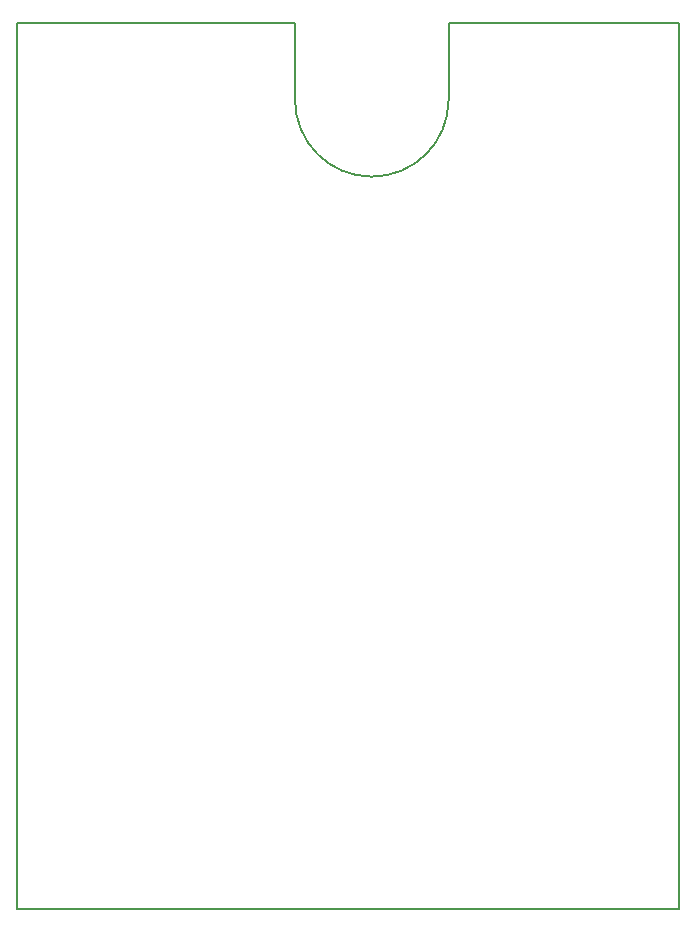
<source format=gbr>
G04 #@! TF.FileFunction,Profile,NP*
%FSLAX46Y46*%
G04 Gerber Fmt 4.6, Leading zero omitted, Abs format (unit mm)*
G04 Created by KiCad (PCBNEW 4.0.5) date 03/15/17 13:10:06*
%MOMM*%
%LPD*%
G01*
G04 APERTURE LIST*
%ADD10C,0.100000*%
%ADD11C,0.150000*%
G04 APERTURE END LIST*
D10*
D11*
X14000000Y-75000000D02*
X70000000Y-75000000D01*
X14000000Y0D02*
X14000000Y-75000000D01*
X37500000Y-6500000D02*
G75*
G03X50500000Y-6500000I6500000J0D01*
G01*
X50500000Y0D02*
X50500000Y-6500000D01*
X37500000Y0D02*
X37500000Y-6500000D01*
X14000000Y0D02*
X37500000Y0D01*
X70000000Y-75000000D02*
X70000000Y0D01*
X70000000Y0D02*
X50500000Y0D01*
M02*

</source>
